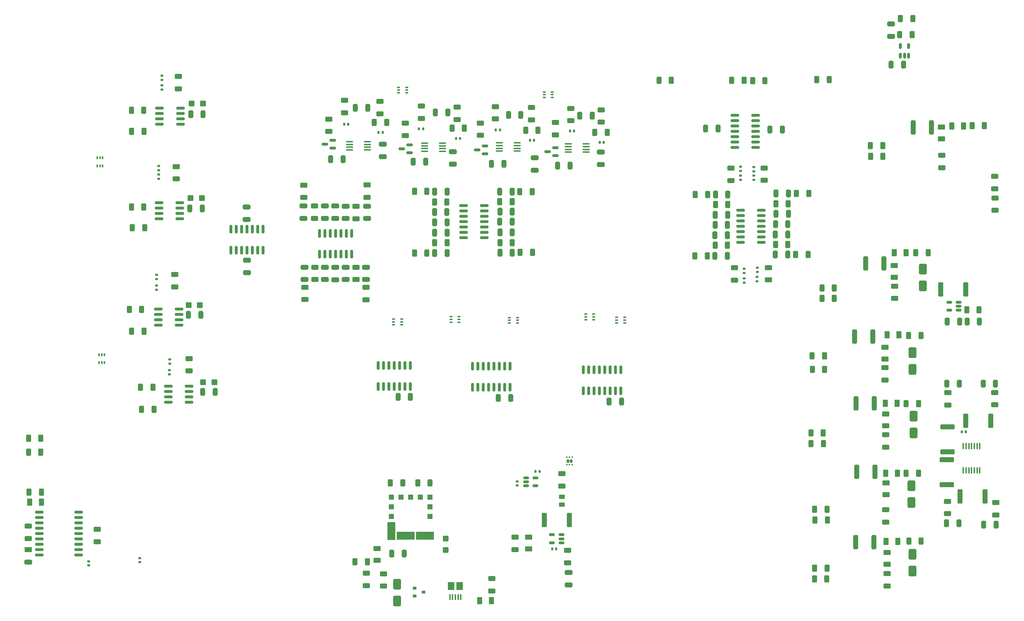
<source format=gtp>
G04 #@! TF.GenerationSoftware,KiCad,Pcbnew,7.0.10*
G04 #@! TF.CreationDate,2024-12-17T12:16:58-06:00*
G04 #@! TF.ProjectId,karca_v2,6b617263-615f-4763-922e-6b696361645f,rev?*
G04 #@! TF.SameCoordinates,Original*
G04 #@! TF.FileFunction,Paste,Top*
G04 #@! TF.FilePolarity,Positive*
%FSLAX46Y46*%
G04 Gerber Fmt 4.6, Leading zero omitted, Abs format (unit mm)*
G04 Created by KiCad (PCBNEW 7.0.10) date 2024-12-17 12:16:58*
%MOMM*%
%LPD*%
G01*
G04 APERTURE LIST*
G04 Aperture macros list*
%AMRoundRect*
0 Rectangle with rounded corners*
0 $1 Rounding radius*
0 $2 $3 $4 $5 $6 $7 $8 $9 X,Y pos of 4 corners*
0 Add a 4 corners polygon primitive as box body*
4,1,4,$2,$3,$4,$5,$6,$7,$8,$9,$2,$3,0*
0 Add four circle primitives for the rounded corners*
1,1,$1+$1,$2,$3*
1,1,$1+$1,$4,$5*
1,1,$1+$1,$6,$7*
1,1,$1+$1,$8,$9*
0 Add four rect primitives between the rounded corners*
20,1,$1+$1,$2,$3,$4,$5,0*
20,1,$1+$1,$4,$5,$6,$7,0*
20,1,$1+$1,$6,$7,$8,$9,0*
20,1,$1+$1,$8,$9,$2,$3,0*%
G04 Aperture macros list end*
%ADD10RoundRect,0.250000X0.312500X0.625000X-0.312500X0.625000X-0.312500X-0.625000X0.312500X-0.625000X0*%
%ADD11RoundRect,0.250000X0.625000X-0.312500X0.625000X0.312500X-0.625000X0.312500X-0.625000X-0.312500X0*%
%ADD12RoundRect,0.250000X0.325000X0.650000X-0.325000X0.650000X-0.325000X-0.650000X0.325000X-0.650000X0*%
%ADD13RoundRect,0.250000X-0.312500X-0.625000X0.312500X-0.625000X0.312500X0.625000X-0.312500X0.625000X0*%
%ADD14RoundRect,0.150000X0.587500X0.150000X-0.587500X0.150000X-0.587500X-0.150000X0.587500X-0.150000X0*%
%ADD15RoundRect,0.250000X-0.325000X-0.650000X0.325000X-0.650000X0.325000X0.650000X-0.325000X0.650000X0*%
%ADD16RoundRect,0.135000X-0.185000X0.135000X-0.185000X-0.135000X0.185000X-0.135000X0.185000X0.135000X0*%
%ADD17RoundRect,0.250000X0.375000X0.625000X-0.375000X0.625000X-0.375000X-0.625000X0.375000X-0.625000X0*%
%ADD18RoundRect,0.150000X-0.825000X-0.150000X0.825000X-0.150000X0.825000X0.150000X-0.825000X0.150000X0*%
%ADD19RoundRect,0.100000X-0.712500X-0.100000X0.712500X-0.100000X0.712500X0.100000X-0.712500X0.100000X0*%
%ADD20RoundRect,0.150000X0.825000X0.150000X-0.825000X0.150000X-0.825000X-0.150000X0.825000X-0.150000X0*%
%ADD21R,0.650000X0.400000*%
%ADD22RoundRect,0.250000X-0.650000X0.325000X-0.650000X-0.325000X0.650000X-0.325000X0.650000X0.325000X0*%
%ADD23RoundRect,0.150000X-0.150000X0.825000X-0.150000X-0.825000X0.150000X-0.825000X0.150000X0.825000X0*%
%ADD24RoundRect,0.250000X-0.650000X1.000000X-0.650000X-1.000000X0.650000X-1.000000X0.650000X1.000000X0*%
%ADD25RoundRect,0.250000X-0.625000X0.312500X-0.625000X-0.312500X0.625000X-0.312500X0.625000X0.312500X0*%
%ADD26RoundRect,0.250000X0.650000X-0.325000X0.650000X0.325000X-0.650000X0.325000X-0.650000X-0.325000X0*%
%ADD27RoundRect,0.250000X-0.312500X-1.450000X0.312500X-1.450000X0.312500X1.450000X-0.312500X1.450000X0*%
%ADD28RoundRect,0.135000X0.185000X-0.135000X0.185000X0.135000X-0.185000X0.135000X-0.185000X-0.135000X0*%
%ADD29RoundRect,0.250000X0.362500X1.425000X-0.362500X1.425000X-0.362500X-1.425000X0.362500X-1.425000X0*%
%ADD30RoundRect,0.250000X0.450000X0.425000X-0.450000X0.425000X-0.450000X-0.425000X0.450000X-0.425000X0*%
%ADD31RoundRect,0.250000X0.625000X-0.375000X0.625000X0.375000X-0.625000X0.375000X-0.625000X-0.375000X0*%
%ADD32RoundRect,0.150000X0.512500X0.150000X-0.512500X0.150000X-0.512500X-0.150000X0.512500X-0.150000X0*%
%ADD33R,1.143000X1.143000*%
%ADD34R,4.191000X1.905000*%
%ADD35R,1.905000X4.191000*%
%ADD36RoundRect,0.250000X0.650000X-1.000000X0.650000X1.000000X-0.650000X1.000000X-0.650000X-1.000000X0*%
%ADD37R,0.400000X0.650000*%
%ADD38RoundRect,0.140000X0.140000X0.170000X-0.140000X0.170000X-0.140000X-0.170000X0.140000X-0.170000X0*%
%ADD39R,0.900000X0.800000*%
%ADD40RoundRect,0.100000X-0.100000X0.637500X-0.100000X-0.637500X0.100000X-0.637500X0.100000X0.637500X0*%
%ADD41RoundRect,0.160000X-0.160000X0.245000X-0.160000X-0.245000X0.160000X-0.245000X0.160000X0.245000X0*%
%ADD42RoundRect,0.093750X-0.106250X0.093750X-0.106250X-0.093750X0.106250X-0.093750X0.106250X0.093750X0*%
%ADD43R,1.800000X1.150000*%
%ADD44RoundRect,0.150000X-0.512500X-0.150000X0.512500X-0.150000X0.512500X0.150000X-0.512500X0.150000X0*%
%ADD45RoundRect,0.140000X-0.140000X-0.170000X0.140000X-0.170000X0.140000X0.170000X-0.140000X0.170000X0*%
%ADD46RoundRect,0.150000X0.150000X-0.512500X0.150000X0.512500X-0.150000X0.512500X-0.150000X-0.512500X0*%
%ADD47RoundRect,0.150000X-0.875000X-0.150000X0.875000X-0.150000X0.875000X0.150000X-0.875000X0.150000X0*%
%ADD48RoundRect,0.250000X1.425000X-0.362500X1.425000X0.362500X-1.425000X0.362500X-1.425000X-0.362500X0*%
%ADD49RoundRect,0.250000X-0.425000X0.450000X-0.425000X-0.450000X0.425000X-0.450000X0.425000X0.450000X0*%
%ADD50RoundRect,0.140000X-0.170000X0.140000X-0.170000X-0.140000X0.170000X-0.140000X0.170000X0.140000X0*%
%ADD51RoundRect,0.250000X-0.362500X-1.425000X0.362500X-1.425000X0.362500X1.425000X-0.362500X1.425000X0*%
%ADD52RoundRect,0.140000X0.170000X-0.140000X0.170000X0.140000X-0.170000X0.140000X-0.170000X-0.140000X0*%
%ADD53R,0.400000X1.350000*%
%ADD54R,1.500000X1.900000*%
%ADD55RoundRect,0.250000X-1.425000X0.362500X-1.425000X-0.362500X1.425000X-0.362500X1.425000X0.362500X0*%
%ADD56RoundRect,0.250000X-0.450000X0.262500X-0.450000X-0.262500X0.450000X-0.262500X0.450000X0.262500X0*%
G04 APERTURE END LIST*
D10*
X61340000Y-120493800D03*
X58415000Y-120493800D03*
D11*
X69011800Y-84317300D03*
X69011800Y-81392300D03*
D12*
X150629500Y-69173300D03*
X147679500Y-69173300D03*
D13*
X196703800Y-90424000D03*
X199628800Y-90424000D03*
X125425800Y-87304000D03*
X128350800Y-87304000D03*
D14*
X106093500Y-77023000D03*
X106093500Y-75123000D03*
X104218500Y-76073000D03*
D11*
X141005400Y-73983400D03*
X141005400Y-71058400D03*
D15*
X105586000Y-79629000D03*
X108536000Y-79629000D03*
D10*
X222269000Y-147142200D03*
X219344000Y-147142200D03*
D16*
X202666600Y-83564000D03*
X202666600Y-84584000D03*
D11*
X111586400Y-93752100D03*
X111586400Y-90827100D03*
D17*
X241862800Y-101800200D03*
X239062800Y-101800200D03*
D18*
X67084400Y-133527800D03*
X67084400Y-134797800D03*
X67084400Y-136067800D03*
X67084400Y-137337800D03*
X72034400Y-137337800D03*
X72034400Y-136067800D03*
X72034400Y-134797800D03*
X72034400Y-133527800D03*
D10*
X223092500Y-179174400D03*
X220167500Y-179174400D03*
D19*
X110009500Y-75508600D03*
X110009500Y-76158600D03*
X110009500Y-76808600D03*
X110009500Y-77458600D03*
X114234500Y-77458600D03*
X114234500Y-76808600D03*
X114234500Y-76158600D03*
X114234500Y-75508600D03*
D20*
X207579000Y-99390200D03*
X207579000Y-98120200D03*
X207579000Y-96850200D03*
X207579000Y-95580200D03*
X207579000Y-94310200D03*
X207579000Y-93040200D03*
X207579000Y-91770200D03*
X202629000Y-91770200D03*
X202629000Y-93040200D03*
X202629000Y-94310200D03*
X202629000Y-95580200D03*
X202629000Y-96850200D03*
X202629000Y-98120200D03*
X202629000Y-99390200D03*
D10*
X37022500Y-158623000D03*
X34097500Y-158623000D03*
D21*
X123571000Y-63906400D03*
X123571000Y-63256400D03*
X123571000Y-62606400D03*
X121671000Y-62606400D03*
X121671000Y-63256400D03*
X121671000Y-63906400D03*
D22*
X106658800Y-90763800D03*
X106658800Y-93713800D03*
D13*
X134306900Y-72292600D03*
X137231900Y-72292600D03*
D23*
X89549200Y-96277400D03*
X88279200Y-96277400D03*
X87009200Y-96277400D03*
X85739200Y-96277400D03*
X84469200Y-96277400D03*
X83199200Y-96277400D03*
X81929200Y-96277400D03*
X81929200Y-101227400D03*
X83199200Y-101227400D03*
X84469200Y-101227400D03*
X85739200Y-101227400D03*
X87009200Y-101227400D03*
X88279200Y-101227400D03*
X89549200Y-101227400D03*
X174283600Y-129609100D03*
X173013600Y-129609100D03*
X171743600Y-129609100D03*
X170473600Y-129609100D03*
X169203600Y-129609100D03*
X167933600Y-129609100D03*
X166663600Y-129609100D03*
X165393600Y-129609100D03*
X165393600Y-134559100D03*
X166663600Y-134559100D03*
X167933600Y-134559100D03*
X169203600Y-134559100D03*
X170473600Y-134559100D03*
X171743600Y-134559100D03*
X173013600Y-134559100D03*
X174283600Y-134559100D03*
D24*
X243154200Y-157080200D03*
X243154200Y-161080200D03*
D13*
X221934500Y-110211400D03*
X224859500Y-110211400D03*
D25*
X111561000Y-105269000D03*
X111561000Y-108194000D03*
D13*
X200579300Y-60960000D03*
X203504300Y-60960000D03*
D11*
X262894300Y-137911300D03*
X262894300Y-134986300D03*
D26*
X117932200Y-79046600D03*
X117932200Y-76096600D03*
D15*
X209599000Y-72644000D03*
X212549000Y-72644000D03*
D10*
X148585700Y-99419800D03*
X145660700Y-99419800D03*
D12*
X148185400Y-136278100D03*
X145235400Y-136278100D03*
D18*
X64708000Y-115189000D03*
X64708000Y-116459000D03*
X64708000Y-117729000D03*
X64708000Y-118999000D03*
X69658000Y-118999000D03*
X69658000Y-117729000D03*
X69658000Y-116459000D03*
X69658000Y-115189000D03*
D19*
X127843900Y-75838800D03*
X127843900Y-76488800D03*
X127843900Y-77138800D03*
X127843900Y-77788800D03*
X132068900Y-77788800D03*
X132068900Y-77138800D03*
X132068900Y-76488800D03*
X132068900Y-75838800D03*
D16*
X205841600Y-83564000D03*
X205841600Y-84584000D03*
D22*
X109122600Y-90789200D03*
X109122600Y-93739200D03*
D21*
X134083500Y-117002800D03*
X134083500Y-117652800D03*
X134083500Y-118302800D03*
X135983500Y-118302800D03*
X135983500Y-117652800D03*
X135983500Y-117002800D03*
D27*
X243572600Y-72113600D03*
X247847600Y-72113600D03*
D21*
X175201100Y-118480600D03*
X175201100Y-117830600D03*
X175201100Y-117180600D03*
X173301100Y-117180600D03*
X173301100Y-117830600D03*
X173301100Y-118480600D03*
D28*
X206613800Y-106430000D03*
X206613800Y-105410000D03*
D29*
X162093500Y-165227000D03*
X156168500Y-165227000D03*
D11*
X143764000Y-182056500D03*
X143764000Y-179131500D03*
D10*
X208431900Y-61010800D03*
X205506900Y-61010800D03*
D30*
X75289400Y-66421000D03*
X72589400Y-66421000D03*
D31*
X239043400Y-107696000D03*
X239043400Y-104896000D03*
D15*
X251614600Y-118208600D03*
X254564600Y-118208600D03*
D25*
X101832800Y-105279700D03*
X101832800Y-108204700D03*
X153111200Y-67396900D03*
X153111200Y-70321900D03*
D11*
X114228000Y-88708200D03*
X114228000Y-85783200D03*
D12*
X133104200Y-92180800D03*
X130154200Y-92180800D03*
D32*
X160266183Y-170653400D03*
X160266183Y-169703400D03*
X160266183Y-168753400D03*
X157991183Y-168753400D03*
X157991183Y-170653400D03*
D15*
X130177300Y-94629000D03*
X133127300Y-94629000D03*
D33*
X129057000Y-164418800D03*
D34*
X127914000Y-168990800D03*
X123342000Y-168990800D03*
D35*
X119913000Y-167847800D03*
D33*
X119913000Y-164418800D03*
X119913000Y-159846800D03*
X124485000Y-159846800D03*
X126771000Y-159846800D03*
X129057000Y-159846800D03*
X129057000Y-162132800D03*
X119913000Y-162132800D03*
X122199000Y-159846800D03*
D36*
X121272800Y-184448000D03*
X121272800Y-180448000D03*
D37*
X50277000Y-81239400D03*
X50927000Y-81239400D03*
X51577000Y-81239400D03*
X51577000Y-79339400D03*
X50927000Y-79339400D03*
X50277000Y-79339400D03*
D11*
X201203600Y-108335000D03*
X201203600Y-105410000D03*
D25*
X236902800Y-129118900D03*
X236902800Y-132043900D03*
D15*
X210877400Y-102235000D03*
X213827400Y-102235000D03*
D25*
X251692900Y-160818100D03*
X251692900Y-163743100D03*
X237341900Y-177960500D03*
X237341900Y-180885500D03*
D13*
X151756700Y-72749800D03*
X154681700Y-72749800D03*
D27*
X229710700Y-121694200D03*
X233985700Y-121694200D03*
D23*
X148056600Y-128785100D03*
X146786600Y-128785100D03*
X145516600Y-128785100D03*
X144246600Y-128785100D03*
X142976600Y-128785100D03*
X141706600Y-128785100D03*
X140436600Y-128785100D03*
X139166600Y-128785100D03*
X139166600Y-133735100D03*
X140436600Y-133735100D03*
X141706600Y-133735100D03*
X142976600Y-133735100D03*
X144246600Y-133735100D03*
X145516600Y-133735100D03*
X146786600Y-133735100D03*
X148056600Y-133735100D03*
D38*
X117885200Y-73334000D03*
X116925200Y-73334000D03*
D25*
X161698683Y-172449400D03*
X161698683Y-175374400D03*
D11*
X101756600Y-93675900D03*
X101756600Y-90750900D03*
D39*
X125492000Y-181422000D03*
X125492000Y-183322000D03*
X127592000Y-182372000D03*
D13*
X257515900Y-71717700D03*
X260440900Y-71717700D03*
D15*
X194359000Y-72390000D03*
X197309000Y-72390000D03*
D38*
X163240300Y-72938600D03*
X162280300Y-72938600D03*
X256029400Y-144348200D03*
X255069400Y-144348200D03*
D37*
X50683400Y-127924600D03*
X51333400Y-127924600D03*
X51983400Y-127924600D03*
X51983400Y-126024600D03*
X51333400Y-126024600D03*
X50683400Y-126024600D03*
D29*
X260569300Y-159689800D03*
X254644300Y-159689800D03*
D28*
X64287400Y-108081000D03*
X64287400Y-107061000D03*
D27*
X232333900Y-104365600D03*
X236608900Y-104365600D03*
D11*
X68656200Y-109945900D03*
X68656200Y-107020900D03*
D27*
X230018500Y-137591800D03*
X234293500Y-137591800D03*
D26*
X153924000Y-82247000D03*
X153924000Y-79297000D03*
D40*
X259332500Y-147759500D03*
X258682500Y-147759500D03*
X258032500Y-147759500D03*
X257382500Y-147759500D03*
X256732500Y-147759500D03*
X256082500Y-147759500D03*
X255432500Y-147759500D03*
X255432500Y-153484500D03*
X256082500Y-153484500D03*
X256732500Y-153484500D03*
X257382500Y-153484500D03*
X258032500Y-153484500D03*
X258682500Y-153484500D03*
X259332500Y-153484500D03*
D26*
X104220400Y-108217200D03*
X104220400Y-105267200D03*
D13*
X115891900Y-70921000D03*
X118816900Y-70921000D03*
D10*
X213867500Y-99872800D03*
X210942500Y-99872800D03*
D11*
X123225400Y-74019800D03*
X123225400Y-71094800D03*
D28*
X67437000Y-128145000D03*
X67437000Y-127125000D03*
X65633600Y-60835000D03*
X65633600Y-59815000D03*
D14*
X158798500Y-78801000D03*
X158798500Y-76901000D03*
X156923500Y-77851000D03*
D10*
X218820500Y-87807800D03*
X215895500Y-87807800D03*
D41*
X162542800Y-151234700D03*
X161742800Y-151234700D03*
D42*
X162792800Y-150347200D03*
X162142800Y-150347200D03*
X161492800Y-150347200D03*
X161492800Y-152122200D03*
X162142800Y-152122200D03*
X162792800Y-152122200D03*
D25*
X50292000Y-167447500D03*
X50292000Y-170372500D03*
D13*
X219318600Y-144576800D03*
X222243600Y-144576800D03*
D25*
X127086200Y-67056200D03*
X127086200Y-69981200D03*
D21*
X147926500Y-117206000D03*
X147926500Y-117856000D03*
X147926500Y-118506000D03*
X149826500Y-118506000D03*
X149826500Y-117856000D03*
X149826500Y-117206000D03*
D30*
X78058000Y-132537200D03*
X75358000Y-132537200D03*
D10*
X61294400Y-90994200D03*
X58369400Y-90994200D03*
D15*
X210904600Y-97485200D03*
X213854600Y-97485200D03*
D25*
X262864600Y-83729100D03*
X262864600Y-86654100D03*
D30*
X74603600Y-114274600D03*
X71903600Y-114274600D03*
D10*
X61279500Y-68072000D03*
X58354500Y-68072000D03*
D14*
X124254500Y-78166000D03*
X124254500Y-76266000D03*
X122379500Y-77216000D03*
D12*
X213883000Y-95097600D03*
X210933000Y-95097600D03*
D26*
X33914399Y-175261800D03*
D43*
X33914399Y-172311800D03*
D17*
X239932700Y-170284400D03*
X237132700Y-170284400D03*
D10*
X213943700Y-90246200D03*
X211018700Y-90246200D03*
D25*
X237042700Y-145040900D03*
X237042700Y-147965900D03*
D10*
X114238500Y-175133000D03*
X111313500Y-175133000D03*
D31*
X116576800Y-174832000D03*
X116576800Y-172032000D03*
D25*
X250311400Y-78753700D03*
X250311400Y-81678700D03*
D22*
X104195000Y-90763800D03*
X104195000Y-93713800D03*
D28*
X203540400Y-106682000D03*
X203540400Y-105662000D03*
D25*
X208239400Y-81733200D03*
X208239400Y-84658200D03*
D24*
X243611400Y-140570200D03*
X243611400Y-144570200D03*
D13*
X196616900Y-100076000D03*
X199541900Y-100076000D03*
D21*
X120487100Y-117597200D03*
X120487100Y-118247200D03*
X120487100Y-118897200D03*
X122387100Y-118897200D03*
X122387100Y-118247200D03*
X122387100Y-117597200D03*
D13*
X244159500Y-101851000D03*
X247084500Y-101851000D03*
D18*
X64900000Y-90017600D03*
X64900000Y-91287600D03*
X64900000Y-92557600D03*
X64900000Y-93827600D03*
X69850000Y-93827600D03*
X69850000Y-92557600D03*
X69850000Y-91287600D03*
X69850000Y-90017600D03*
D12*
X124468900Y-136067800D03*
X121518900Y-136067800D03*
D26*
X114151800Y-93739200D03*
X114151800Y-90789200D03*
D44*
X151835883Y-155234900D03*
X151835883Y-156184900D03*
X151835883Y-157134900D03*
X154110883Y-157134900D03*
X154110883Y-155234900D03*
D12*
X199554400Y-97713800D03*
X196604400Y-97713800D03*
D17*
X240157000Y-121335800D03*
X237357000Y-121335800D03*
D31*
X237341900Y-175723000D03*
X237341900Y-172923000D03*
D25*
X162455500Y-67615300D03*
X162455500Y-70540300D03*
D22*
X85678400Y-91017800D03*
X85678400Y-93967800D03*
D12*
X75367800Y-68972400D03*
X72417800Y-68972400D03*
D26*
X109148000Y-108219000D03*
X109148000Y-105269000D03*
D19*
X145544100Y-75788000D03*
X145544100Y-76438000D03*
X145544100Y-77088000D03*
X145544100Y-77738000D03*
X149769100Y-77738000D03*
X149769100Y-77088000D03*
X149769100Y-76438000D03*
X149769100Y-75788000D03*
D45*
X154093600Y-153722400D03*
X155053600Y-153722400D03*
D46*
X240538000Y-55107000D03*
X241488000Y-55107000D03*
X242438000Y-55107000D03*
X242438000Y-52832000D03*
X240538000Y-52832000D03*
D16*
X202666600Y-81405000D03*
X202666600Y-82425000D03*
D18*
X137039400Y-90631400D03*
X137039400Y-91901400D03*
X137039400Y-93171400D03*
X137039400Y-94441400D03*
X137039400Y-95711400D03*
X137039400Y-96981400D03*
X137039400Y-98251400D03*
X141989400Y-98251400D03*
X141989400Y-96981400D03*
X141989400Y-95711400D03*
X141989400Y-94441400D03*
X141989400Y-93171400D03*
X141989400Y-91901400D03*
X141989400Y-90631400D03*
D12*
X78206900Y-134844800D03*
X75256900Y-134844800D03*
X114383700Y-67456800D03*
X111433700Y-67456800D03*
D31*
X250209800Y-74834400D03*
X250209800Y-72034400D03*
X152476200Y-172138800D03*
X152476200Y-169338800D03*
D13*
X240370400Y-50057900D03*
X243295400Y-50057900D03*
D21*
X158064200Y-65013600D03*
X158064200Y-64363600D03*
X158064200Y-63713600D03*
X156164200Y-63713600D03*
X156164200Y-64363600D03*
X156164200Y-65013600D03*
D10*
X63438500Y-133727200D03*
X60513500Y-133727200D03*
D17*
X143640000Y-184404000D03*
X140840000Y-184404000D03*
D13*
X191943300Y-88061800D03*
X194868300Y-88061800D03*
D47*
X36581399Y-163423600D03*
X36581399Y-164693600D03*
X36581399Y-165963600D03*
X36581399Y-167233600D03*
X36581399Y-168503600D03*
X36581399Y-169773600D03*
X36581399Y-171043600D03*
X36581399Y-172313600D03*
X36581399Y-173583600D03*
X45881399Y-173583600D03*
X45881399Y-172313600D03*
X45881399Y-171043600D03*
X45881399Y-169773600D03*
X45881399Y-168503600D03*
X45881399Y-167233600D03*
X45881399Y-165963600D03*
X45881399Y-164693600D03*
X45881399Y-163423600D03*
D25*
X135493600Y-67310200D03*
X135493600Y-70235200D03*
D13*
X33970500Y-149127800D03*
X36895500Y-149127800D03*
D38*
X127462800Y-72445000D03*
X126502800Y-72445000D03*
D26*
X169526000Y-80879600D03*
X169526000Y-77929600D03*
D27*
X230217800Y-153847800D03*
X234492800Y-153847800D03*
D17*
X37087000Y-161036000D03*
X34287000Y-161036000D03*
D12*
X74830200Y-116586000D03*
X71880200Y-116586000D03*
D26*
X99140400Y-93677700D03*
X99140400Y-90727700D03*
D13*
X220192900Y-176659800D03*
X223117900Y-176659800D03*
D38*
X170260000Y-75670800D03*
X169300000Y-75670800D03*
D32*
X254354100Y-115501000D03*
X254354100Y-114551000D03*
X254354100Y-113601000D03*
X252079100Y-113601000D03*
X252079100Y-115501000D03*
D11*
X114046000Y-180786500D03*
X114046000Y-177861500D03*
X33888999Y-169635900D03*
X33888999Y-166710900D03*
D30*
X75086200Y-88900000D03*
X72386200Y-88900000D03*
D15*
X145612100Y-87354800D03*
X148562100Y-87354800D03*
D48*
X251714000Y-149054000D03*
X251714000Y-143129000D03*
D25*
X144557100Y-67162700D03*
X144557100Y-70087700D03*
D31*
X236852000Y-127028400D03*
X236852000Y-124228400D03*
D13*
X220721500Y-60756800D03*
X223646500Y-60756800D03*
D11*
X105161700Y-73084900D03*
X105161700Y-70159900D03*
D26*
X85725000Y-106582000D03*
X85725000Y-103632000D03*
D16*
X205841600Y-81532000D03*
X205841600Y-82552000D03*
D31*
X237113300Y-159251500D03*
X237113300Y-156451500D03*
D17*
X239808700Y-154127200D03*
X237008700Y-154127200D03*
D12*
X174463200Y-137127500D03*
X171513200Y-137127500D03*
D10*
X153274000Y-87329400D03*
X150349000Y-87329400D03*
D12*
X148541000Y-94488000D03*
X145591000Y-94488000D03*
D25*
X239119600Y-109761100D03*
X239119600Y-112686100D03*
D38*
X153743600Y-75184000D03*
X152783600Y-75184000D03*
D11*
X149250417Y-172268100D03*
X149250417Y-169343100D03*
D15*
X260272000Y-166319200D03*
X263222000Y-166319200D03*
D28*
X64871600Y-84330000D03*
X64871600Y-83310000D03*
D15*
X120004000Y-173203400D03*
X122954000Y-173203400D03*
D26*
X161924983Y-180681400D03*
X161924983Y-177731400D03*
D25*
X113948600Y-110069600D03*
X113948600Y-112994600D03*
D13*
X242501500Y-121488200D03*
X245426500Y-121488200D03*
D15*
X145648200Y-101807400D03*
X148598200Y-101807400D03*
D12*
X199554400Y-102554500D03*
X196604400Y-102554500D03*
D28*
X206603600Y-108587000D03*
X206603600Y-107567000D03*
D25*
X99419800Y-110029500D03*
X99419800Y-112954500D03*
X237032800Y-162824700D03*
X237032800Y-165749700D03*
D27*
X229967700Y-170459400D03*
X234242700Y-170459400D03*
D10*
X236387100Y-79007500D03*
X233462100Y-79007500D03*
D12*
X133127800Y-87329400D03*
X130177800Y-87329400D03*
D24*
X243430600Y-125558800D03*
X243430600Y-129558800D03*
D49*
X132816600Y-169617400D03*
X132816600Y-172317400D03*
D12*
X167511900Y-69306400D03*
X164561900Y-69306400D03*
D45*
X158016000Y-172135800D03*
X158976000Y-172135800D03*
D21*
X165970700Y-116408200D03*
X165970700Y-117058200D03*
X165970700Y-117708200D03*
X167870700Y-117708200D03*
X167870700Y-117058200D03*
X167870700Y-116408200D03*
D10*
X61523000Y-95871000D03*
X58598000Y-95871000D03*
D15*
X143686000Y-80772000D03*
X146636000Y-80772000D03*
D10*
X186268400Y-60960000D03*
X183343400Y-60960000D03*
D15*
X125144000Y-80264000D03*
X128094000Y-80264000D03*
D10*
X61359900Y-73061800D03*
X58434900Y-73061800D03*
D12*
X133155000Y-97057600D03*
X130205000Y-97057600D03*
D13*
X125416900Y-101909000D03*
X128341900Y-101909000D03*
X168165100Y-73283200D03*
X171090100Y-73283200D03*
D12*
X75162800Y-91349800D03*
X72212800Y-91349800D03*
D31*
X237042700Y-142903400D03*
X237042700Y-140103400D03*
D11*
X72009000Y-129859500D03*
X72009000Y-126934500D03*
D15*
X211031600Y-92633800D03*
X213981600Y-92633800D03*
D38*
X109728000Y-71374000D03*
X108768000Y-71374000D03*
D25*
X117201300Y-65943500D03*
X117201300Y-68868500D03*
D38*
X145646700Y-72703900D03*
X144686700Y-72703900D03*
D10*
X243447800Y-46247900D03*
X240522800Y-46247900D03*
X222591900Y-129517400D03*
X219666900Y-129517400D03*
D50*
X149722183Y-156060500D03*
X149722183Y-157020500D03*
D28*
X64871600Y-82298000D03*
X64871600Y-81278000D03*
D12*
X199656000Y-88061800D03*
X196706000Y-88061800D03*
D25*
X262915400Y-88845200D03*
X262915400Y-91770200D03*
D13*
X220228700Y-162687000D03*
X223153700Y-162687000D03*
D10*
X63692500Y-138963400D03*
X60767500Y-138963400D03*
D22*
X99394400Y-105267200D03*
X99394400Y-108217200D03*
D15*
X145648200Y-92130000D03*
X148598200Y-92130000D03*
D11*
X99191200Y-88748300D03*
X99191200Y-85823300D03*
D28*
X65633600Y-63121000D03*
X65633600Y-62101000D03*
D25*
X169643700Y-67945500D03*
X169643700Y-70870500D03*
D15*
X211020900Y-87807800D03*
X213970900Y-87807800D03*
D25*
X200416200Y-81798700D03*
X200416200Y-84723700D03*
D10*
X224884900Y-112649800D03*
X221959900Y-112649800D03*
D13*
X256235200Y-115417600D03*
X259160200Y-115417600D03*
X130192100Y-99496000D03*
X133117100Y-99496000D03*
D11*
X69469000Y-62930500D03*
X69469000Y-60005500D03*
D13*
X126208600Y-156464000D03*
X129133600Y-156464000D03*
D17*
X239732500Y-137591800D03*
X236932500Y-137591800D03*
D12*
X199605200Y-92837000D03*
X196655200Y-92837000D03*
D13*
X241899200Y-137617200D03*
X244824200Y-137617200D03*
D18*
X65038200Y-67513200D03*
X65038200Y-68783200D03*
X65038200Y-70053200D03*
X65038200Y-71323200D03*
X69988200Y-71323200D03*
X69988200Y-70053200D03*
X69988200Y-68783200D03*
X69988200Y-67513200D03*
D13*
X219622700Y-126291800D03*
X222547700Y-126291800D03*
D19*
X161871300Y-76037400D03*
X161871300Y-76687400D03*
X161871300Y-77337400D03*
X161871300Y-77987400D03*
X166096300Y-77987400D03*
X166096300Y-77337400D03*
X166096300Y-76687400D03*
X166096300Y-76037400D03*
D26*
X238302300Y-50542300D03*
X238302300Y-47592300D03*
D12*
X133155000Y-101883600D03*
X130205000Y-101883600D03*
X133285600Y-68584200D03*
X130335600Y-68584200D03*
D10*
X148560300Y-89717000D03*
X145635300Y-89717000D03*
D25*
X263144000Y-161122900D03*
X263144000Y-164047900D03*
D17*
X255527000Y-71732400D03*
X252727000Y-71732400D03*
D28*
X203555600Y-108970000D03*
X203555600Y-107950000D03*
D11*
X251739400Y-137972800D03*
X251739400Y-135047800D03*
D13*
X241873800Y-154127200D03*
X244798800Y-154127200D03*
D23*
X110519600Y-97220200D03*
X109249600Y-97220200D03*
X107979600Y-97220200D03*
X106709600Y-97220200D03*
X105439600Y-97220200D03*
X104169600Y-97220200D03*
X102899600Y-97220200D03*
X102899600Y-102170200D03*
X104169600Y-102170200D03*
X105439600Y-102170200D03*
X106709600Y-102170200D03*
X107979600Y-102170200D03*
X109249600Y-102170200D03*
X110519600Y-102170200D03*
D50*
X60325000Y-174272000D03*
X60325000Y-175232000D03*
D51*
X255990500Y-141732000D03*
X261915500Y-141732000D03*
D13*
X33970500Y-145837800D03*
X36895500Y-145837800D03*
D52*
X48260000Y-175994000D03*
X48260000Y-175034000D03*
D24*
X245839900Y-105718400D03*
X245839900Y-109718400D03*
D53*
X136398000Y-183570500D03*
X135748000Y-183570500D03*
X135098000Y-183570500D03*
X134448000Y-183570500D03*
X133798000Y-183570500D03*
D54*
X136098000Y-180870500D03*
X134098000Y-180870500D03*
D10*
X60771500Y-115312200D03*
X57846500Y-115312200D03*
X153360900Y-101756600D03*
X150435900Y-101756600D03*
D24*
X243408200Y-173387000D03*
X243408200Y-177387000D03*
D11*
X209230000Y-108269500D03*
X209230000Y-105344500D03*
D20*
X206244000Y-76849200D03*
X206244000Y-75579200D03*
X206244000Y-74309200D03*
X206244000Y-73039200D03*
X206244000Y-71769200D03*
X206244000Y-70499200D03*
X206244000Y-69229200D03*
X201294000Y-69229200D03*
X201294000Y-70499200D03*
X201294000Y-71769200D03*
X201294000Y-73039200D03*
X201294000Y-74309200D03*
X201294000Y-75579200D03*
X201294000Y-76849200D03*
D55*
X251515100Y-150900000D03*
X251515100Y-156825000D03*
D26*
X106654600Y-108231200D03*
X106654600Y-105281200D03*
D13*
X242534200Y-170233600D03*
X245459200Y-170233600D03*
D10*
X218642700Y-102235000D03*
X215717700Y-102235000D03*
D13*
X233411300Y-76391300D03*
X236336300Y-76391300D03*
D26*
X134499400Y-80803400D03*
X134499400Y-77853400D03*
D25*
X160339383Y-154239800D03*
X160339383Y-157164800D03*
D13*
X119711700Y-156439400D03*
X122636700Y-156439400D03*
D14*
X142161500Y-78420000D03*
X142161500Y-76520000D03*
X140286500Y-77470000D03*
D15*
X196619600Y-95250000D03*
X199569600Y-95250000D03*
D10*
X223204500Y-165252400D03*
X220279500Y-165252400D03*
D51*
X250079600Y-110514000D03*
X256004600Y-110514000D03*
D23*
X124467100Y-128600200D03*
X123197100Y-128600200D03*
X121927100Y-128600200D03*
X120657100Y-128600200D03*
X119387100Y-128600200D03*
X118117100Y-128600200D03*
X116847100Y-128600200D03*
X116847100Y-133550200D03*
X118117100Y-133550200D03*
X119387100Y-133550200D03*
X120657100Y-133550200D03*
X121927100Y-133550200D03*
X123197100Y-133550200D03*
X124467100Y-133550200D03*
D12*
X254459000Y-132867400D03*
X251509000Y-132867400D03*
D28*
X67411600Y-130685000D03*
X67411600Y-129665000D03*
D22*
X113974000Y-105269000D03*
X113974000Y-108219000D03*
D15*
X256313600Y-118186200D03*
X259263600Y-118186200D03*
D13*
X130166700Y-89767800D03*
X133091700Y-89767800D03*
D25*
X108844700Y-65714900D03*
X108844700Y-68639900D03*
D15*
X260123900Y-132892800D03*
X263073900Y-132892800D03*
D11*
X158827600Y-73887900D03*
X158827600Y-70962900D03*
D56*
X160339383Y-159742500D03*
X160339383Y-161567500D03*
D38*
X136224000Y-74705600D03*
X135264000Y-74705600D03*
D15*
X238300500Y-57246100D03*
X241250500Y-57246100D03*
D12*
X254387100Y-166014400D03*
X251437100Y-166014400D03*
D11*
X118110000Y-180913500D03*
X118110000Y-177988500D03*
D28*
X64363600Y-110619000D03*
X64363600Y-109599000D03*
D15*
X159307000Y-81153000D03*
X162257000Y-81153000D03*
D13*
X191854200Y-102554500D03*
X194779200Y-102554500D03*
D15*
X145648200Y-97006800D03*
X148598200Y-97006800D03*
M02*

</source>
